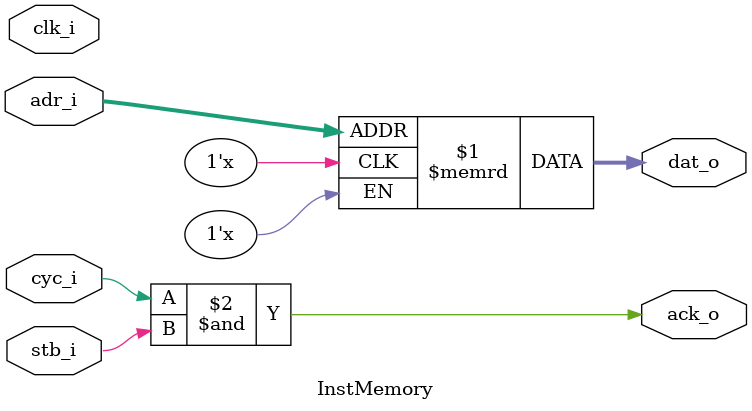
<source format=v>
module InstMemory ( 
			input  clk_i,
			input  cyc_i,
			input  stb_i,
			output ack_o,
			input  [11:0] adr_i,
			output [17:0] dat_o );

reg [17:0] IMem [0:4095];

//initial $readmemh("gasm_text.dat", IMem);

assign dat_o = IMem[adr_i];

assign ack_o = cyc_i & stb_i;

endmodule

</source>
